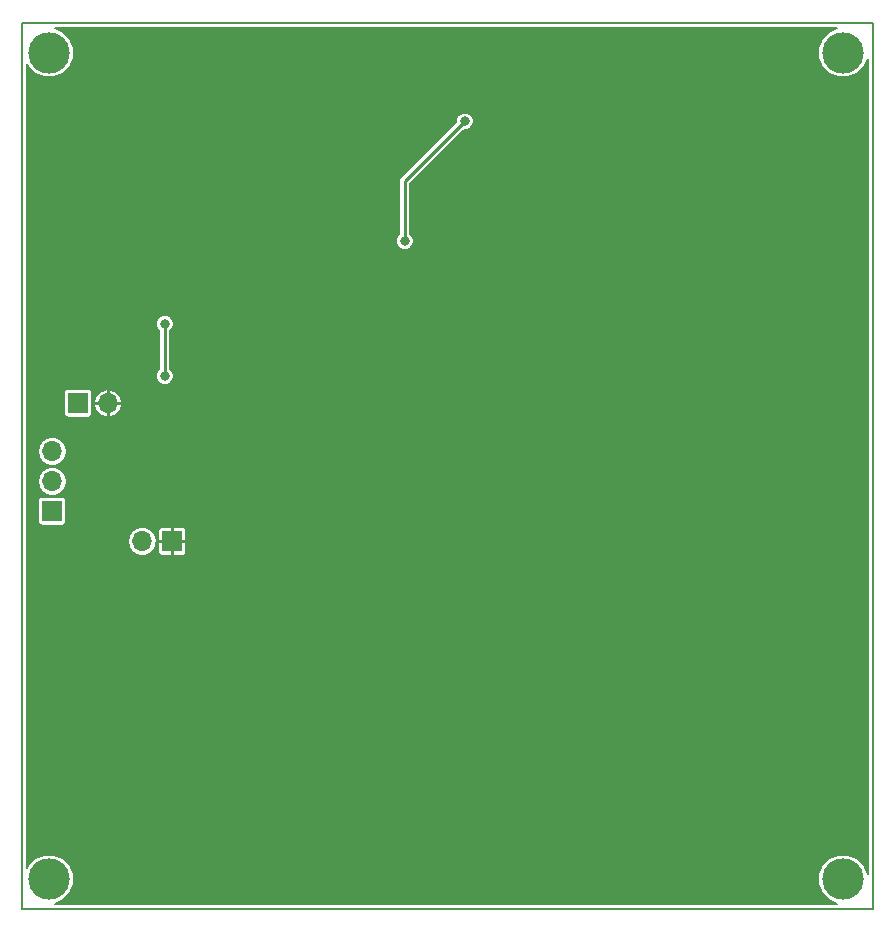
<source format=gbr>
%TF.GenerationSoftware,KiCad,Pcbnew,5.0.2-bee76a0~70~ubuntu18.04.1*%
%TF.CreationDate,2019-02-03T14:37:59+02:00*%
%TF.ProjectId,component_tester_adapter,636f6d70-6f6e-4656-9e74-5f7465737465,B*%
%TF.SameCoordinates,PX7e911f8PY6f6d640*%
%TF.FileFunction,Copper,L2,Bot*%
%TF.FilePolarity,Positive*%
%FSLAX46Y46*%
G04 Gerber Fmt 4.6, Leading zero omitted, Abs format (unit mm)*
G04 Created by KiCad (PCBNEW 5.0.2-bee76a0~70~ubuntu18.04.1) date 2019 m. vasario 03 d. 14:37:59*
%MOMM*%
%LPD*%
G01*
G04 APERTURE LIST*
%ADD10C,0.150000*%
%ADD11R,1.700000X1.700000*%
%ADD12O,1.700000X1.700000*%
%ADD13C,3.500000*%
%ADD14C,0.800000*%
%ADD15C,1.200000*%
%ADD16C,0.250000*%
%ADD17C,0.200000*%
G04 APERTURE END LIST*
D10*
X7620000Y54680000D02*
X56125000Y54680000D01*
X-15875000Y54680000D02*
X7620000Y54680000D01*
X56125000Y-20320000D02*
X56125000Y54680000D01*
X56125000Y-20320000D02*
X-15875000Y-20320000D01*
X-15875000Y-20320000D02*
X-15875000Y54680000D01*
D11*
X-11135000Y22480000D03*
D12*
X-8595000Y22480000D03*
D11*
X-3175000Y10795000D03*
D12*
X-5715000Y10795000D03*
D11*
X-13335000Y13335000D03*
D12*
X-13335000Y15875000D03*
X-13335000Y18415000D03*
D13*
X-13575000Y52180000D03*
X53625000Y52180000D03*
X53625000Y-17820000D03*
X-13575000Y-17820000D03*
D14*
X5715000Y19685000D03*
X3175000Y31750000D03*
X-10160000Y31750000D03*
X-2540000Y36830000D03*
X10160000Y48260000D03*
X26035000Y46355000D03*
X25400000Y31750000D03*
X6985000Y38100000D03*
X29845000Y19685000D03*
X5715000Y10795000D03*
X-6985000Y24765000D03*
D15*
X10160000Y-18415000D03*
X41275000Y-18415000D03*
X41275000Y10160000D03*
X10160000Y10160000D03*
X48895000Y1905000D03*
X0Y1905000D03*
X0Y-11430000D03*
X48895000Y-11430000D03*
D14*
X-3810000Y24765000D03*
X-3810000Y29210000D03*
X21590000Y46355000D03*
X16510000Y36195000D03*
D16*
X-3810000Y24765000D02*
X-3810000Y28575000D01*
X-3810000Y28575000D02*
X-3810000Y29210000D01*
X21590000Y46355000D02*
X16510000Y41275000D01*
X16510000Y41275000D02*
X16510000Y36195000D01*
D17*
G36*
X52433180Y53963685D02*
X51841315Y53371820D01*
X51521000Y52598512D01*
X51521000Y51761488D01*
X51841315Y50988180D01*
X52433180Y50396315D01*
X53206488Y50076000D01*
X54043512Y50076000D01*
X54816820Y50396315D01*
X55408685Y50988180D01*
X55696001Y51681821D01*
X55696000Y-17321819D01*
X55408685Y-16628180D01*
X54816820Y-16036315D01*
X54043512Y-15716000D01*
X53206488Y-15716000D01*
X52433180Y-16036315D01*
X51841315Y-16628180D01*
X51521000Y-17401488D01*
X51521000Y-18238512D01*
X51841315Y-19011820D01*
X52433180Y-19603685D01*
X53126819Y-19891000D01*
X-13076819Y-19891000D01*
X-12383180Y-19603685D01*
X-11791315Y-19011820D01*
X-11471000Y-18238512D01*
X-11471000Y-17401488D01*
X-11791315Y-16628180D01*
X-12383180Y-16036315D01*
X-13156488Y-15716000D01*
X-13993512Y-15716000D01*
X-14766820Y-16036315D01*
X-15358685Y-16628180D01*
X-15446000Y-16838977D01*
X-15446000Y10795000D01*
X-6942587Y10795000D01*
X-6849143Y10325223D01*
X-6583035Y9926965D01*
X-6184777Y9660857D01*
X-5833580Y9591000D01*
X-5596420Y9591000D01*
X-5245223Y9660857D01*
X-4846965Y9926965D01*
X-4580857Y10325223D01*
X-4510388Y10679500D01*
X-4379000Y10679500D01*
X-4379000Y9874585D01*
X-4325107Y9744475D01*
X-4225525Y9644893D01*
X-4095415Y9591000D01*
X-3290500Y9591000D01*
X-3202000Y9679500D01*
X-3202000Y10768000D01*
X-3148000Y10768000D01*
X-3148000Y9679500D01*
X-3059500Y9591000D01*
X-2254585Y9591000D01*
X-2124475Y9644893D01*
X-2024893Y9744475D01*
X-1971000Y9874585D01*
X-1971000Y10679500D01*
X-2059500Y10768000D01*
X-3148000Y10768000D01*
X-3202000Y10768000D01*
X-4290500Y10768000D01*
X-4379000Y10679500D01*
X-4510388Y10679500D01*
X-4487413Y10795000D01*
X-4580857Y11264777D01*
X-4846965Y11663035D01*
X-4925357Y11715415D01*
X-4379000Y11715415D01*
X-4379000Y10910500D01*
X-4290500Y10822000D01*
X-3202000Y10822000D01*
X-3202000Y11910500D01*
X-3148000Y11910500D01*
X-3148000Y10822000D01*
X-2059500Y10822000D01*
X-1971000Y10910500D01*
X-1971000Y11715415D01*
X-2024893Y11845525D01*
X-2124475Y11945107D01*
X-2254585Y11999000D01*
X-3059500Y11999000D01*
X-3148000Y11910500D01*
X-3202000Y11910500D01*
X-3290500Y11999000D01*
X-4095415Y11999000D01*
X-4225525Y11945107D01*
X-4325107Y11845525D01*
X-4379000Y11715415D01*
X-4925357Y11715415D01*
X-5245223Y11929143D01*
X-5596420Y11999000D01*
X-5833580Y11999000D01*
X-6184777Y11929143D01*
X-6583035Y11663035D01*
X-6849143Y11264777D01*
X-6942587Y10795000D01*
X-15446000Y10795000D01*
X-15446000Y14185000D01*
X-14545935Y14185000D01*
X-14545935Y12485000D01*
X-14518460Y12346876D01*
X-14440220Y12229780D01*
X-14323124Y12151540D01*
X-14185000Y12124065D01*
X-12485000Y12124065D01*
X-12346876Y12151540D01*
X-12229780Y12229780D01*
X-12151540Y12346876D01*
X-12124065Y12485000D01*
X-12124065Y14185000D01*
X-12151540Y14323124D01*
X-12229780Y14440220D01*
X-12346876Y14518460D01*
X-12485000Y14545935D01*
X-14185000Y14545935D01*
X-14323124Y14518460D01*
X-14440220Y14440220D01*
X-14518460Y14323124D01*
X-14545935Y14185000D01*
X-15446000Y14185000D01*
X-15446000Y15875000D01*
X-14562587Y15875000D01*
X-14469143Y15405223D01*
X-14203035Y15006965D01*
X-13804777Y14740857D01*
X-13453580Y14671000D01*
X-13216420Y14671000D01*
X-12865223Y14740857D01*
X-12466965Y15006965D01*
X-12200857Y15405223D01*
X-12107413Y15875000D01*
X-12200857Y16344777D01*
X-12466965Y16743035D01*
X-12865223Y17009143D01*
X-13216420Y17079000D01*
X-13453580Y17079000D01*
X-13804777Y17009143D01*
X-14203035Y16743035D01*
X-14469143Y16344777D01*
X-14562587Y15875000D01*
X-15446000Y15875000D01*
X-15446000Y18415000D01*
X-14562587Y18415000D01*
X-14469143Y17945223D01*
X-14203035Y17546965D01*
X-13804777Y17280857D01*
X-13453580Y17211000D01*
X-13216420Y17211000D01*
X-12865223Y17280857D01*
X-12466965Y17546965D01*
X-12200857Y17945223D01*
X-12107413Y18415000D01*
X-12200857Y18884777D01*
X-12466965Y19283035D01*
X-12865223Y19549143D01*
X-13216420Y19619000D01*
X-13453580Y19619000D01*
X-13804777Y19549143D01*
X-14203035Y19283035D01*
X-14469143Y18884777D01*
X-14562587Y18415000D01*
X-15446000Y18415000D01*
X-15446000Y23330000D01*
X-12345935Y23330000D01*
X-12345935Y21630000D01*
X-12318460Y21491876D01*
X-12240220Y21374780D01*
X-12123124Y21296540D01*
X-11985000Y21269065D01*
X-10285000Y21269065D01*
X-10146876Y21296540D01*
X-10029780Y21374780D01*
X-9951540Y21491876D01*
X-9924065Y21630000D01*
X-9924065Y22265032D01*
X-9779657Y22265032D01*
X-9607216Y21828047D01*
X-9280674Y21490316D01*
X-8849745Y21303255D01*
X-8809967Y21295346D01*
X-8622000Y21364827D01*
X-8622000Y22453000D01*
X-8568000Y22453000D01*
X-8568000Y21364827D01*
X-8380033Y21295346D01*
X-8340255Y21303255D01*
X-7909326Y21490316D01*
X-7582784Y21828047D01*
X-7410343Y22265032D01*
X-7479800Y22453000D01*
X-8568000Y22453000D01*
X-8622000Y22453000D01*
X-9710200Y22453000D01*
X-9779657Y22265032D01*
X-9924065Y22265032D01*
X-9924065Y22694968D01*
X-9779657Y22694968D01*
X-9710200Y22507000D01*
X-8622000Y22507000D01*
X-8622000Y23595173D01*
X-8568000Y23595173D01*
X-8568000Y22507000D01*
X-7479800Y22507000D01*
X-7410343Y22694968D01*
X-7582784Y23131953D01*
X-7909326Y23469684D01*
X-8340255Y23656745D01*
X-8380033Y23664654D01*
X-8568000Y23595173D01*
X-8622000Y23595173D01*
X-8809967Y23664654D01*
X-8849745Y23656745D01*
X-9280674Y23469684D01*
X-9607216Y23131953D01*
X-9779657Y22694968D01*
X-9924065Y22694968D01*
X-9924065Y23330000D01*
X-9951540Y23468124D01*
X-10029780Y23585220D01*
X-10146876Y23663460D01*
X-10285000Y23690935D01*
X-11985000Y23690935D01*
X-12123124Y23663460D01*
X-12240220Y23585220D01*
X-12318460Y23468124D01*
X-12345935Y23330000D01*
X-15446000Y23330000D01*
X-15446000Y29359980D01*
X-4564000Y29359980D01*
X-4564000Y29060020D01*
X-4449211Y28782893D01*
X-4289000Y28622682D01*
X-4289000Y28527825D01*
X-4288999Y28527820D01*
X-4289000Y25352318D01*
X-4449211Y25192107D01*
X-4564000Y24914980D01*
X-4564000Y24615020D01*
X-4449211Y24337893D01*
X-4237107Y24125789D01*
X-3959980Y24011000D01*
X-3660020Y24011000D01*
X-3382893Y24125789D01*
X-3170789Y24337893D01*
X-3056000Y24615020D01*
X-3056000Y24914980D01*
X-3170789Y25192107D01*
X-3331000Y25352318D01*
X-3331000Y28622682D01*
X-3170789Y28782893D01*
X-3056000Y29060020D01*
X-3056000Y29359980D01*
X-3170789Y29637107D01*
X-3382893Y29849211D01*
X-3660020Y29964000D01*
X-3959980Y29964000D01*
X-4237107Y29849211D01*
X-4449211Y29637107D01*
X-4564000Y29359980D01*
X-15446000Y29359980D01*
X-15446000Y36344980D01*
X15756000Y36344980D01*
X15756000Y36045020D01*
X15870789Y35767893D01*
X16082893Y35555789D01*
X16360020Y35441000D01*
X16659980Y35441000D01*
X16937107Y35555789D01*
X17149211Y35767893D01*
X17264000Y36045020D01*
X17264000Y36344980D01*
X17149211Y36622107D01*
X16989000Y36782318D01*
X16989000Y41076593D01*
X21513408Y45601000D01*
X21739980Y45601000D01*
X22017107Y45715789D01*
X22229211Y45927893D01*
X22344000Y46205020D01*
X22344000Y46504980D01*
X22229211Y46782107D01*
X22017107Y46994211D01*
X21739980Y47109000D01*
X21440020Y47109000D01*
X21162893Y46994211D01*
X20950789Y46782107D01*
X20836000Y46504980D01*
X20836000Y46278408D01*
X16204660Y41647067D01*
X16164660Y41620340D01*
X16058792Y41461895D01*
X16032256Y41328491D01*
X16021616Y41275000D01*
X16031000Y41227825D01*
X16031001Y36782319D01*
X15870789Y36622107D01*
X15756000Y36344980D01*
X-15446000Y36344980D01*
X-15446000Y51198977D01*
X-15358685Y50988180D01*
X-14766820Y50396315D01*
X-13993512Y50076000D01*
X-13156488Y50076000D01*
X-12383180Y50396315D01*
X-11791315Y50988180D01*
X-11471000Y51761488D01*
X-11471000Y52598512D01*
X-11791315Y53371820D01*
X-12383180Y53963685D01*
X-13076819Y54251000D01*
X53126819Y54251000D01*
X52433180Y53963685D01*
X52433180Y53963685D01*
G37*
X52433180Y53963685D02*
X51841315Y53371820D01*
X51521000Y52598512D01*
X51521000Y51761488D01*
X51841315Y50988180D01*
X52433180Y50396315D01*
X53206488Y50076000D01*
X54043512Y50076000D01*
X54816820Y50396315D01*
X55408685Y50988180D01*
X55696001Y51681821D01*
X55696000Y-17321819D01*
X55408685Y-16628180D01*
X54816820Y-16036315D01*
X54043512Y-15716000D01*
X53206488Y-15716000D01*
X52433180Y-16036315D01*
X51841315Y-16628180D01*
X51521000Y-17401488D01*
X51521000Y-18238512D01*
X51841315Y-19011820D01*
X52433180Y-19603685D01*
X53126819Y-19891000D01*
X-13076819Y-19891000D01*
X-12383180Y-19603685D01*
X-11791315Y-19011820D01*
X-11471000Y-18238512D01*
X-11471000Y-17401488D01*
X-11791315Y-16628180D01*
X-12383180Y-16036315D01*
X-13156488Y-15716000D01*
X-13993512Y-15716000D01*
X-14766820Y-16036315D01*
X-15358685Y-16628180D01*
X-15446000Y-16838977D01*
X-15446000Y10795000D01*
X-6942587Y10795000D01*
X-6849143Y10325223D01*
X-6583035Y9926965D01*
X-6184777Y9660857D01*
X-5833580Y9591000D01*
X-5596420Y9591000D01*
X-5245223Y9660857D01*
X-4846965Y9926965D01*
X-4580857Y10325223D01*
X-4510388Y10679500D01*
X-4379000Y10679500D01*
X-4379000Y9874585D01*
X-4325107Y9744475D01*
X-4225525Y9644893D01*
X-4095415Y9591000D01*
X-3290500Y9591000D01*
X-3202000Y9679500D01*
X-3202000Y10768000D01*
X-3148000Y10768000D01*
X-3148000Y9679500D01*
X-3059500Y9591000D01*
X-2254585Y9591000D01*
X-2124475Y9644893D01*
X-2024893Y9744475D01*
X-1971000Y9874585D01*
X-1971000Y10679500D01*
X-2059500Y10768000D01*
X-3148000Y10768000D01*
X-3202000Y10768000D01*
X-4290500Y10768000D01*
X-4379000Y10679500D01*
X-4510388Y10679500D01*
X-4487413Y10795000D01*
X-4580857Y11264777D01*
X-4846965Y11663035D01*
X-4925357Y11715415D01*
X-4379000Y11715415D01*
X-4379000Y10910500D01*
X-4290500Y10822000D01*
X-3202000Y10822000D01*
X-3202000Y11910500D01*
X-3148000Y11910500D01*
X-3148000Y10822000D01*
X-2059500Y10822000D01*
X-1971000Y10910500D01*
X-1971000Y11715415D01*
X-2024893Y11845525D01*
X-2124475Y11945107D01*
X-2254585Y11999000D01*
X-3059500Y11999000D01*
X-3148000Y11910500D01*
X-3202000Y11910500D01*
X-3290500Y11999000D01*
X-4095415Y11999000D01*
X-4225525Y11945107D01*
X-4325107Y11845525D01*
X-4379000Y11715415D01*
X-4925357Y11715415D01*
X-5245223Y11929143D01*
X-5596420Y11999000D01*
X-5833580Y11999000D01*
X-6184777Y11929143D01*
X-6583035Y11663035D01*
X-6849143Y11264777D01*
X-6942587Y10795000D01*
X-15446000Y10795000D01*
X-15446000Y14185000D01*
X-14545935Y14185000D01*
X-14545935Y12485000D01*
X-14518460Y12346876D01*
X-14440220Y12229780D01*
X-14323124Y12151540D01*
X-14185000Y12124065D01*
X-12485000Y12124065D01*
X-12346876Y12151540D01*
X-12229780Y12229780D01*
X-12151540Y12346876D01*
X-12124065Y12485000D01*
X-12124065Y14185000D01*
X-12151540Y14323124D01*
X-12229780Y14440220D01*
X-12346876Y14518460D01*
X-12485000Y14545935D01*
X-14185000Y14545935D01*
X-14323124Y14518460D01*
X-14440220Y14440220D01*
X-14518460Y14323124D01*
X-14545935Y14185000D01*
X-15446000Y14185000D01*
X-15446000Y15875000D01*
X-14562587Y15875000D01*
X-14469143Y15405223D01*
X-14203035Y15006965D01*
X-13804777Y14740857D01*
X-13453580Y14671000D01*
X-13216420Y14671000D01*
X-12865223Y14740857D01*
X-12466965Y15006965D01*
X-12200857Y15405223D01*
X-12107413Y15875000D01*
X-12200857Y16344777D01*
X-12466965Y16743035D01*
X-12865223Y17009143D01*
X-13216420Y17079000D01*
X-13453580Y17079000D01*
X-13804777Y17009143D01*
X-14203035Y16743035D01*
X-14469143Y16344777D01*
X-14562587Y15875000D01*
X-15446000Y15875000D01*
X-15446000Y18415000D01*
X-14562587Y18415000D01*
X-14469143Y17945223D01*
X-14203035Y17546965D01*
X-13804777Y17280857D01*
X-13453580Y17211000D01*
X-13216420Y17211000D01*
X-12865223Y17280857D01*
X-12466965Y17546965D01*
X-12200857Y17945223D01*
X-12107413Y18415000D01*
X-12200857Y18884777D01*
X-12466965Y19283035D01*
X-12865223Y19549143D01*
X-13216420Y19619000D01*
X-13453580Y19619000D01*
X-13804777Y19549143D01*
X-14203035Y19283035D01*
X-14469143Y18884777D01*
X-14562587Y18415000D01*
X-15446000Y18415000D01*
X-15446000Y23330000D01*
X-12345935Y23330000D01*
X-12345935Y21630000D01*
X-12318460Y21491876D01*
X-12240220Y21374780D01*
X-12123124Y21296540D01*
X-11985000Y21269065D01*
X-10285000Y21269065D01*
X-10146876Y21296540D01*
X-10029780Y21374780D01*
X-9951540Y21491876D01*
X-9924065Y21630000D01*
X-9924065Y22265032D01*
X-9779657Y22265032D01*
X-9607216Y21828047D01*
X-9280674Y21490316D01*
X-8849745Y21303255D01*
X-8809967Y21295346D01*
X-8622000Y21364827D01*
X-8622000Y22453000D01*
X-8568000Y22453000D01*
X-8568000Y21364827D01*
X-8380033Y21295346D01*
X-8340255Y21303255D01*
X-7909326Y21490316D01*
X-7582784Y21828047D01*
X-7410343Y22265032D01*
X-7479800Y22453000D01*
X-8568000Y22453000D01*
X-8622000Y22453000D01*
X-9710200Y22453000D01*
X-9779657Y22265032D01*
X-9924065Y22265032D01*
X-9924065Y22694968D01*
X-9779657Y22694968D01*
X-9710200Y22507000D01*
X-8622000Y22507000D01*
X-8622000Y23595173D01*
X-8568000Y23595173D01*
X-8568000Y22507000D01*
X-7479800Y22507000D01*
X-7410343Y22694968D01*
X-7582784Y23131953D01*
X-7909326Y23469684D01*
X-8340255Y23656745D01*
X-8380033Y23664654D01*
X-8568000Y23595173D01*
X-8622000Y23595173D01*
X-8809967Y23664654D01*
X-8849745Y23656745D01*
X-9280674Y23469684D01*
X-9607216Y23131953D01*
X-9779657Y22694968D01*
X-9924065Y22694968D01*
X-9924065Y23330000D01*
X-9951540Y23468124D01*
X-10029780Y23585220D01*
X-10146876Y23663460D01*
X-10285000Y23690935D01*
X-11985000Y23690935D01*
X-12123124Y23663460D01*
X-12240220Y23585220D01*
X-12318460Y23468124D01*
X-12345935Y23330000D01*
X-15446000Y23330000D01*
X-15446000Y29359980D01*
X-4564000Y29359980D01*
X-4564000Y29060020D01*
X-4449211Y28782893D01*
X-4289000Y28622682D01*
X-4289000Y28527825D01*
X-4288999Y28527820D01*
X-4289000Y25352318D01*
X-4449211Y25192107D01*
X-4564000Y24914980D01*
X-4564000Y24615020D01*
X-4449211Y24337893D01*
X-4237107Y24125789D01*
X-3959980Y24011000D01*
X-3660020Y24011000D01*
X-3382893Y24125789D01*
X-3170789Y24337893D01*
X-3056000Y24615020D01*
X-3056000Y24914980D01*
X-3170789Y25192107D01*
X-3331000Y25352318D01*
X-3331000Y28622682D01*
X-3170789Y28782893D01*
X-3056000Y29060020D01*
X-3056000Y29359980D01*
X-3170789Y29637107D01*
X-3382893Y29849211D01*
X-3660020Y29964000D01*
X-3959980Y29964000D01*
X-4237107Y29849211D01*
X-4449211Y29637107D01*
X-4564000Y29359980D01*
X-15446000Y29359980D01*
X-15446000Y36344980D01*
X15756000Y36344980D01*
X15756000Y36045020D01*
X15870789Y35767893D01*
X16082893Y35555789D01*
X16360020Y35441000D01*
X16659980Y35441000D01*
X16937107Y35555789D01*
X17149211Y35767893D01*
X17264000Y36045020D01*
X17264000Y36344980D01*
X17149211Y36622107D01*
X16989000Y36782318D01*
X16989000Y41076593D01*
X21513408Y45601000D01*
X21739980Y45601000D01*
X22017107Y45715789D01*
X22229211Y45927893D01*
X22344000Y46205020D01*
X22344000Y46504980D01*
X22229211Y46782107D01*
X22017107Y46994211D01*
X21739980Y47109000D01*
X21440020Y47109000D01*
X21162893Y46994211D01*
X20950789Y46782107D01*
X20836000Y46504980D01*
X20836000Y46278408D01*
X16204660Y41647067D01*
X16164660Y41620340D01*
X16058792Y41461895D01*
X16032256Y41328491D01*
X16021616Y41275000D01*
X16031000Y41227825D01*
X16031001Y36782319D01*
X15870789Y36622107D01*
X15756000Y36344980D01*
X-15446000Y36344980D01*
X-15446000Y51198977D01*
X-15358685Y50988180D01*
X-14766820Y50396315D01*
X-13993512Y50076000D01*
X-13156488Y50076000D01*
X-12383180Y50396315D01*
X-11791315Y50988180D01*
X-11471000Y51761488D01*
X-11471000Y52598512D01*
X-11791315Y53371820D01*
X-12383180Y53963685D01*
X-13076819Y54251000D01*
X53126819Y54251000D01*
X52433180Y53963685D01*
M02*

</source>
